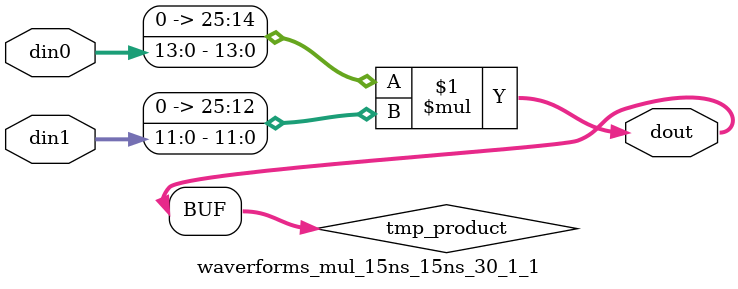
<source format=v>

`timescale 1 ns / 1 ps

 module waverforms_mul_15ns_15ns_30_1_1(din0, din1, dout);
parameter ID = 1;
parameter NUM_STAGE = 0;
parameter din0_WIDTH = 14;
parameter din1_WIDTH = 12;
parameter dout_WIDTH = 26;

input [din0_WIDTH - 1 : 0] din0; 
input [din1_WIDTH - 1 : 0] din1; 
output [dout_WIDTH - 1 : 0] dout;

wire signed [dout_WIDTH - 1 : 0] tmp_product;
























assign tmp_product = $signed({1'b0, din0}) * $signed({1'b0, din1});











assign dout = tmp_product;





















endmodule

</source>
